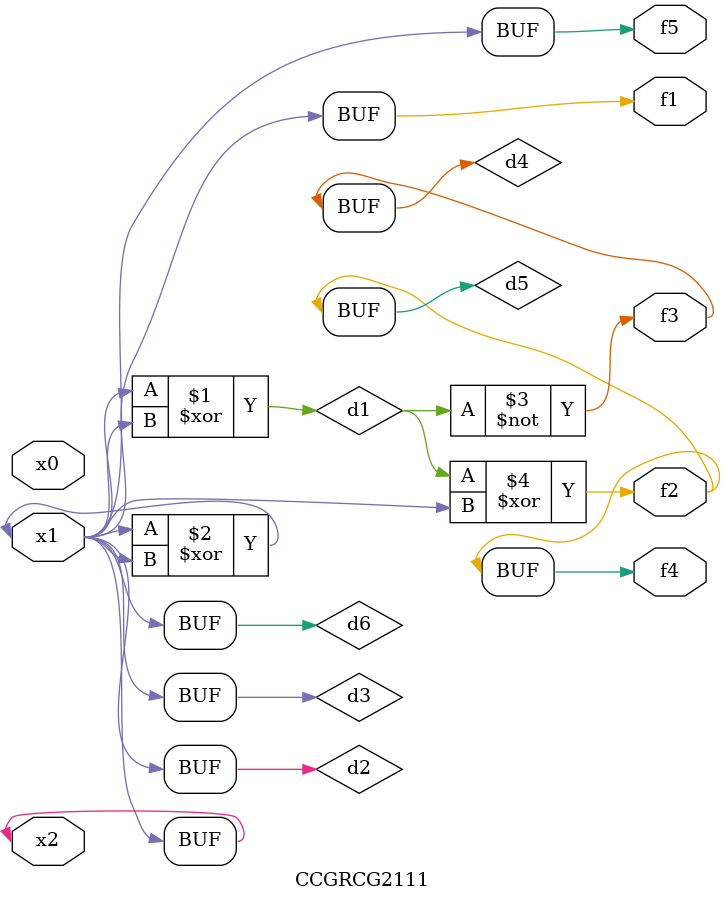
<source format=v>
module CCGRCG2111(
	input x0, x1, x2,
	output f1, f2, f3, f4, f5
);

	wire d1, d2, d3, d4, d5, d6;

	xor (d1, x1, x2);
	buf (d2, x1, x2);
	xor (d3, x1, x2);
	nor (d4, d1);
	xor (d5, d1, d2);
	buf (d6, d2, d3);
	assign f1 = d6;
	assign f2 = d5;
	assign f3 = d4;
	assign f4 = d5;
	assign f5 = d6;
endmodule

</source>
